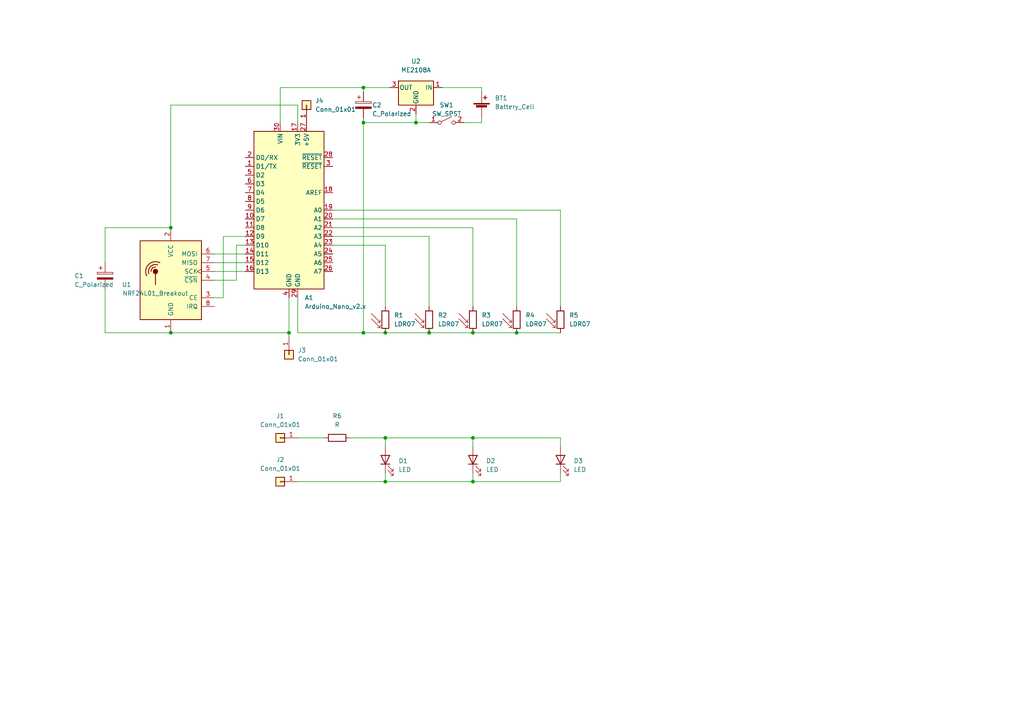
<source format=kicad_sch>
(kicad_sch (version 20211123) (generator eeschema)

  (uuid 9538e4ed-27e6-4c37-b989-9859dc0d49e8)

  (paper "A4")

  (title_block
    (title "hotdog_v0.2")
  )

  (lib_symbols
    (symbol "Connector_Generic:Conn_01x01" (pin_names (offset 1.016) hide) (in_bom yes) (on_board yes)
      (property "Reference" "J" (id 0) (at 0 2.54 0)
        (effects (font (size 1.27 1.27)))
      )
      (property "Value" "Conn_01x01" (id 1) (at 0 -2.54 0)
        (effects (font (size 1.27 1.27)))
      )
      (property "Footprint" "" (id 2) (at 0 0 0)
        (effects (font (size 1.27 1.27)) hide)
      )
      (property "Datasheet" "~" (id 3) (at 0 0 0)
        (effects (font (size 1.27 1.27)) hide)
      )
      (property "ki_keywords" "connector" (id 4) (at 0 0 0)
        (effects (font (size 1.27 1.27)) hide)
      )
      (property "ki_description" "Generic connector, single row, 01x01, script generated (kicad-library-utils/schlib/autogen/connector/)" (id 5) (at 0 0 0)
        (effects (font (size 1.27 1.27)) hide)
      )
      (property "ki_fp_filters" "Connector*:*_1x??_*" (id 6) (at 0 0 0)
        (effects (font (size 1.27 1.27)) hide)
      )
      (symbol "Conn_01x01_1_1"
        (rectangle (start -1.27 0.127) (end 0 -0.127)
          (stroke (width 0.1524) (type default) (color 0 0 0 0))
          (fill (type none))
        )
        (rectangle (start -1.27 1.27) (end 1.27 -1.27)
          (stroke (width 0.254) (type default) (color 0 0 0 0))
          (fill (type background))
        )
        (pin passive line (at -5.08 0 0) (length 3.81)
          (name "Pin_1" (effects (font (size 1.27 1.27))))
          (number "1" (effects (font (size 1.27 1.27))))
        )
      )
    )
    (symbol "Device:Battery_Cell" (pin_numbers hide) (pin_names (offset 0) hide) (in_bom yes) (on_board yes)
      (property "Reference" "BT" (id 0) (at 2.54 2.54 0)
        (effects (font (size 1.27 1.27)) (justify left))
      )
      (property "Value" "Battery_Cell" (id 1) (at 2.54 0 0)
        (effects (font (size 1.27 1.27)) (justify left))
      )
      (property "Footprint" "" (id 2) (at 0 1.524 90)
        (effects (font (size 1.27 1.27)) hide)
      )
      (property "Datasheet" "~" (id 3) (at 0 1.524 90)
        (effects (font (size 1.27 1.27)) hide)
      )
      (property "ki_keywords" "battery cell" (id 4) (at 0 0 0)
        (effects (font (size 1.27 1.27)) hide)
      )
      (property "ki_description" "Single-cell battery" (id 5) (at 0 0 0)
        (effects (font (size 1.27 1.27)) hide)
      )
      (symbol "Battery_Cell_0_1"
        (rectangle (start -2.286 1.778) (end 2.286 1.524)
          (stroke (width 0) (type default) (color 0 0 0 0))
          (fill (type outline))
        )
        (rectangle (start -1.5748 1.1938) (end 1.4732 0.6858)
          (stroke (width 0) (type default) (color 0 0 0 0))
          (fill (type outline))
        )
        (polyline
          (pts
            (xy 0 0.762)
            (xy 0 0)
          )
          (stroke (width 0) (type default) (color 0 0 0 0))
          (fill (type none))
        )
        (polyline
          (pts
            (xy 0 1.778)
            (xy 0 2.54)
          )
          (stroke (width 0) (type default) (color 0 0 0 0))
          (fill (type none))
        )
        (polyline
          (pts
            (xy 0.508 3.429)
            (xy 1.524 3.429)
          )
          (stroke (width 0.254) (type default) (color 0 0 0 0))
          (fill (type none))
        )
        (polyline
          (pts
            (xy 1.016 3.937)
            (xy 1.016 2.921)
          )
          (stroke (width 0.254) (type default) (color 0 0 0 0))
          (fill (type none))
        )
      )
      (symbol "Battery_Cell_1_1"
        (pin passive line (at 0 5.08 270) (length 2.54)
          (name "+" (effects (font (size 1.27 1.27))))
          (number "1" (effects (font (size 1.27 1.27))))
        )
        (pin passive line (at 0 -2.54 90) (length 2.54)
          (name "-" (effects (font (size 1.27 1.27))))
          (number "2" (effects (font (size 1.27 1.27))))
        )
      )
    )
    (symbol "Device:C_Polarized" (pin_numbers hide) (pin_names (offset 0.254)) (in_bom yes) (on_board yes)
      (property "Reference" "C" (id 0) (at 0.635 2.54 0)
        (effects (font (size 1.27 1.27)) (justify left))
      )
      (property "Value" "C_Polarized" (id 1) (at 0.635 -2.54 0)
        (effects (font (size 1.27 1.27)) (justify left))
      )
      (property "Footprint" "" (id 2) (at 0.9652 -3.81 0)
        (effects (font (size 1.27 1.27)) hide)
      )
      (property "Datasheet" "~" (id 3) (at 0 0 0)
        (effects (font (size 1.27 1.27)) hide)
      )
      (property "ki_keywords" "cap capacitor" (id 4) (at 0 0 0)
        (effects (font (size 1.27 1.27)) hide)
      )
      (property "ki_description" "Polarized capacitor" (id 5) (at 0 0 0)
        (effects (font (size 1.27 1.27)) hide)
      )
      (property "ki_fp_filters" "CP_*" (id 6) (at 0 0 0)
        (effects (font (size 1.27 1.27)) hide)
      )
      (symbol "C_Polarized_0_1"
        (rectangle (start -2.286 0.508) (end 2.286 1.016)
          (stroke (width 0) (type default) (color 0 0 0 0))
          (fill (type none))
        )
        (polyline
          (pts
            (xy -1.778 2.286)
            (xy -0.762 2.286)
          )
          (stroke (width 0) (type default) (color 0 0 0 0))
          (fill (type none))
        )
        (polyline
          (pts
            (xy -1.27 2.794)
            (xy -1.27 1.778)
          )
          (stroke (width 0) (type default) (color 0 0 0 0))
          (fill (type none))
        )
        (rectangle (start 2.286 -0.508) (end -2.286 -1.016)
          (stroke (width 0) (type default) (color 0 0 0 0))
          (fill (type outline))
        )
      )
      (symbol "C_Polarized_1_1"
        (pin passive line (at 0 3.81 270) (length 2.794)
          (name "~" (effects (font (size 1.27 1.27))))
          (number "1" (effects (font (size 1.27 1.27))))
        )
        (pin passive line (at 0 -3.81 90) (length 2.794)
          (name "~" (effects (font (size 1.27 1.27))))
          (number "2" (effects (font (size 1.27 1.27))))
        )
      )
    )
    (symbol "Device:LED" (pin_numbers hide) (pin_names (offset 1.016) hide) (in_bom yes) (on_board yes)
      (property "Reference" "D" (id 0) (at 0 2.54 0)
        (effects (font (size 1.27 1.27)))
      )
      (property "Value" "LED" (id 1) (at 0 -2.54 0)
        (effects (font (size 1.27 1.27)))
      )
      (property "Footprint" "" (id 2) (at 0 0 0)
        (effects (font (size 1.27 1.27)) hide)
      )
      (property "Datasheet" "~" (id 3) (at 0 0 0)
        (effects (font (size 1.27 1.27)) hide)
      )
      (property "ki_keywords" "LED diode" (id 4) (at 0 0 0)
        (effects (font (size 1.27 1.27)) hide)
      )
      (property "ki_description" "Light emitting diode" (id 5) (at 0 0 0)
        (effects (font (size 1.27 1.27)) hide)
      )
      (property "ki_fp_filters" "LED* LED_SMD:* LED_THT:*" (id 6) (at 0 0 0)
        (effects (font (size 1.27 1.27)) hide)
      )
      (symbol "LED_0_1"
        (polyline
          (pts
            (xy -1.27 -1.27)
            (xy -1.27 1.27)
          )
          (stroke (width 0.254) (type default) (color 0 0 0 0))
          (fill (type none))
        )
        (polyline
          (pts
            (xy -1.27 0)
            (xy 1.27 0)
          )
          (stroke (width 0) (type default) (color 0 0 0 0))
          (fill (type none))
        )
        (polyline
          (pts
            (xy 1.27 -1.27)
            (xy 1.27 1.27)
            (xy -1.27 0)
            (xy 1.27 -1.27)
          )
          (stroke (width 0.254) (type default) (color 0 0 0 0))
          (fill (type none))
        )
        (polyline
          (pts
            (xy -3.048 -0.762)
            (xy -4.572 -2.286)
            (xy -3.81 -2.286)
            (xy -4.572 -2.286)
            (xy -4.572 -1.524)
          )
          (stroke (width 0) (type default) (color 0 0 0 0))
          (fill (type none))
        )
        (polyline
          (pts
            (xy -1.778 -0.762)
            (xy -3.302 -2.286)
            (xy -2.54 -2.286)
            (xy -3.302 -2.286)
            (xy -3.302 -1.524)
          )
          (stroke (width 0) (type default) (color 0 0 0 0))
          (fill (type none))
        )
      )
      (symbol "LED_1_1"
        (pin passive line (at -3.81 0 0) (length 2.54)
          (name "K" (effects (font (size 1.27 1.27))))
          (number "1" (effects (font (size 1.27 1.27))))
        )
        (pin passive line (at 3.81 0 180) (length 2.54)
          (name "A" (effects (font (size 1.27 1.27))))
          (number "2" (effects (font (size 1.27 1.27))))
        )
      )
    )
    (symbol "Device:R" (pin_numbers hide) (pin_names (offset 0)) (in_bom yes) (on_board yes)
      (property "Reference" "R" (id 0) (at 2.032 0 90)
        (effects (font (size 1.27 1.27)))
      )
      (property "Value" "R" (id 1) (at 0 0 90)
        (effects (font (size 1.27 1.27)))
      )
      (property "Footprint" "" (id 2) (at -1.778 0 90)
        (effects (font (size 1.27 1.27)) hide)
      )
      (property "Datasheet" "~" (id 3) (at 0 0 0)
        (effects (font (size 1.27 1.27)) hide)
      )
      (property "ki_keywords" "R res resistor" (id 4) (at 0 0 0)
        (effects (font (size 1.27 1.27)) hide)
      )
      (property "ki_description" "Resistor" (id 5) (at 0 0 0)
        (effects (font (size 1.27 1.27)) hide)
      )
      (property "ki_fp_filters" "R_*" (id 6) (at 0 0 0)
        (effects (font (size 1.27 1.27)) hide)
      )
      (symbol "R_0_1"
        (rectangle (start -1.016 -2.54) (end 1.016 2.54)
          (stroke (width 0.254) (type default) (color 0 0 0 0))
          (fill (type none))
        )
      )
      (symbol "R_1_1"
        (pin passive line (at 0 3.81 270) (length 1.27)
          (name "~" (effects (font (size 1.27 1.27))))
          (number "1" (effects (font (size 1.27 1.27))))
        )
        (pin passive line (at 0 -3.81 90) (length 1.27)
          (name "~" (effects (font (size 1.27 1.27))))
          (number "2" (effects (font (size 1.27 1.27))))
        )
      )
    )
    (symbol "MCU_Module:Arduino_Nano_v2.x" (in_bom yes) (on_board yes)
      (property "Reference" "A" (id 0) (at -10.16 23.495 0)
        (effects (font (size 1.27 1.27)) (justify left bottom))
      )
      (property "Value" "Arduino_Nano_v2.x" (id 1) (at 5.08 -24.13 0)
        (effects (font (size 1.27 1.27)) (justify left top))
      )
      (property "Footprint" "Module:Arduino_Nano" (id 2) (at 0 0 0)
        (effects (font (size 1.27 1.27) italic) hide)
      )
      (property "Datasheet" "https://www.arduino.cc/en/uploads/Main/ArduinoNanoManual23.pdf" (id 3) (at 0 0 0)
        (effects (font (size 1.27 1.27)) hide)
      )
      (property "ki_keywords" "Arduino nano microcontroller module USB" (id 4) (at 0 0 0)
        (effects (font (size 1.27 1.27)) hide)
      )
      (property "ki_description" "Arduino Nano v2.x" (id 5) (at 0 0 0)
        (effects (font (size 1.27 1.27)) hide)
      )
      (property "ki_fp_filters" "Arduino*Nano*" (id 6) (at 0 0 0)
        (effects (font (size 1.27 1.27)) hide)
      )
      (symbol "Arduino_Nano_v2.x_0_1"
        (rectangle (start -10.16 22.86) (end 10.16 -22.86)
          (stroke (width 0.254) (type default) (color 0 0 0 0))
          (fill (type background))
        )
      )
      (symbol "Arduino_Nano_v2.x_1_1"
        (pin bidirectional line (at -12.7 12.7 0) (length 2.54)
          (name "D1/TX" (effects (font (size 1.27 1.27))))
          (number "1" (effects (font (size 1.27 1.27))))
        )
        (pin bidirectional line (at -12.7 -2.54 0) (length 2.54)
          (name "D7" (effects (font (size 1.27 1.27))))
          (number "10" (effects (font (size 1.27 1.27))))
        )
        (pin bidirectional line (at -12.7 -5.08 0) (length 2.54)
          (name "D8" (effects (font (size 1.27 1.27))))
          (number "11" (effects (font (size 1.27 1.27))))
        )
        (pin bidirectional line (at -12.7 -7.62 0) (length 2.54)
          (name "D9" (effects (font (size 1.27 1.27))))
          (number "12" (effects (font (size 1.27 1.27))))
        )
        (pin bidirectional line (at -12.7 -10.16 0) (length 2.54)
          (name "D10" (effects (font (size 1.27 1.27))))
          (number "13" (effects (font (size 1.27 1.27))))
        )
        (pin bidirectional line (at -12.7 -12.7 0) (length 2.54)
          (name "D11" (effects (font (size 1.27 1.27))))
          (number "14" (effects (font (size 1.27 1.27))))
        )
        (pin bidirectional line (at -12.7 -15.24 0) (length 2.54)
          (name "D12" (effects (font (size 1.27 1.27))))
          (number "15" (effects (font (size 1.27 1.27))))
        )
        (pin bidirectional line (at -12.7 -17.78 0) (length 2.54)
          (name "D13" (effects (font (size 1.27 1.27))))
          (number "16" (effects (font (size 1.27 1.27))))
        )
        (pin power_out line (at 2.54 25.4 270) (length 2.54)
          (name "3V3" (effects (font (size 1.27 1.27))))
          (number "17" (effects (font (size 1.27 1.27))))
        )
        (pin input line (at 12.7 5.08 180) (length 2.54)
          (name "AREF" (effects (font (size 1.27 1.27))))
          (number "18" (effects (font (size 1.27 1.27))))
        )
        (pin bidirectional line (at 12.7 0 180) (length 2.54)
          (name "A0" (effects (font (size 1.27 1.27))))
          (number "19" (effects (font (size 1.27 1.27))))
        )
        (pin bidirectional line (at -12.7 15.24 0) (length 2.54)
          (name "D0/RX" (effects (font (size 1.27 1.27))))
          (number "2" (effects (font (size 1.27 1.27))))
        )
        (pin bidirectional line (at 12.7 -2.54 180) (length 2.54)
          (name "A1" (effects (font (size 1.27 1.27))))
          (number "20" (effects (font (size 1.27 1.27))))
        )
        (pin bidirectional line (at 12.7 -5.08 180) (length 2.54)
          (name "A2" (effects (font (size 1.27 1.27))))
          (number "21" (effects (font (size 1.27 1.27))))
        )
        (pin bidirectional line (at 12.7 -7.62 180) (length 2.54)
          (name "A3" (effects (font (size 1.27 1.27))))
          (number "22" (effects (font (size 1.27 1.27))))
        )
        (pin bidirectional line (at 12.7 -10.16 180) (length 2.54)
          (name "A4" (effects (font (size 1.27 1.27))))
          (number "23" (effects (font (size 1.27 1.27))))
        )
        (pin bidirectional line (at 12.7 -12.7 180) (length 2.54)
          (name "A5" (effects (font (size 1.27 1.27))))
          (number "24" (effects (font (size 1.27 1.27))))
        )
        (pin bidirectional line (at 12.7 -15.24 180) (length 2.54)
          (name "A6" (effects (font (size 1.27 1.27))))
          (number "25" (effects (font (size 1.27 1.27))))
        )
        (pin bidirectional line (at 12.7 -17.78 180) (length 2.54)
          (name "A7" (effects (font (size 1.27 1.27))))
          (number "26" (effects (font (size 1.27 1.27))))
        )
        (pin power_out line (at 5.08 25.4 270) (length 2.54)
          (name "+5V" (effects (font (size 1.27 1.27))))
          (number "27" (effects (font (size 1.27 1.27))))
        )
        (pin input line (at 12.7 15.24 180) (length 2.54)
          (name "~{RESET}" (effects (font (size 1.27 1.27))))
          (number "28" (effects (font (size 1.27 1.27))))
        )
        (pin power_in line (at 2.54 -25.4 90) (length 2.54)
          (name "GND" (effects (font (size 1.27 1.27))))
          (number "29" (effects (font (size 1.27 1.27))))
        )
        (pin input line (at 12.7 12.7 180) (length 2.54)
          (name "~{RESET}" (effects (font (size 1.27 1.27))))
          (number "3" (effects (font (size 1.27 1.27))))
        )
        (pin power_in line (at -2.54 25.4 270) (length 2.54)
          (name "VIN" (effects (font (size 1.27 1.27))))
          (number "30" (effects (font (size 1.27 1.27))))
        )
        (pin power_in line (at 0 -25.4 90) (length 2.54)
          (name "GND" (effects (font (size 1.27 1.27))))
          (number "4" (effects (font (size 1.27 1.27))))
        )
        (pin bidirectional line (at -12.7 10.16 0) (length 2.54)
          (name "D2" (effects (font (size 1.27 1.27))))
          (number "5" (effects (font (size 1.27 1.27))))
        )
        (pin bidirectional line (at -12.7 7.62 0) (length 2.54)
          (name "D3" (effects (font (size 1.27 1.27))))
          (number "6" (effects (font (size 1.27 1.27))))
        )
        (pin bidirectional line (at -12.7 5.08 0) (length 2.54)
          (name "D4" (effects (font (size 1.27 1.27))))
          (number "7" (effects (font (size 1.27 1.27))))
        )
        (pin bidirectional line (at -12.7 2.54 0) (length 2.54)
          (name "D5" (effects (font (size 1.27 1.27))))
          (number "8" (effects (font (size 1.27 1.27))))
        )
        (pin bidirectional line (at -12.7 0 0) (length 2.54)
          (name "D6" (effects (font (size 1.27 1.27))))
          (number "9" (effects (font (size 1.27 1.27))))
        )
      )
    )
    (symbol "RF:NRF24L01_Breakout" (pin_names (offset 1.016)) (in_bom yes) (on_board yes)
      (property "Reference" "U" (id 0) (at -8.89 12.7 0)
        (effects (font (size 1.27 1.27)) (justify left))
      )
      (property "Value" "NRF24L01_Breakout" (id 1) (at 3.81 12.7 0)
        (effects (font (size 1.27 1.27)) (justify left))
      )
      (property "Footprint" "RF_Module:nRF24L01_Breakout" (id 2) (at 3.81 15.24 0)
        (effects (font (size 1.27 1.27) italic) (justify left) hide)
      )
      (property "Datasheet" "http://www.nordicsemi.com/eng/content/download/2730/34105/file/nRF24L01_Product_Specification_v2_0.pdf" (id 3) (at 0 -2.54 0)
        (effects (font (size 1.27 1.27)) hide)
      )
      (property "ki_keywords" "Low Power RF Transciever breakout carrier" (id 4) (at 0 0 0)
        (effects (font (size 1.27 1.27)) hide)
      )
      (property "ki_description" "Ultra low power 2.4GHz RF Transceiver, Carrier PCB" (id 5) (at 0 0 0)
        (effects (font (size 1.27 1.27)) hide)
      )
      (property "ki_fp_filters" "nRF24L01*Breakout*" (id 6) (at 0 0 0)
        (effects (font (size 1.27 1.27)) hide)
      )
      (symbol "NRF24L01_Breakout_0_1"
        (rectangle (start -8.89 11.43) (end 8.89 -11.43)
          (stroke (width 0.254) (type default) (color 0 0 0 0))
          (fill (type background))
        )
        (polyline
          (pts
            (xy 4.445 1.905)
            (xy 4.445 -1.27)
          )
          (stroke (width 0.254) (type default) (color 0 0 0 0))
          (fill (type none))
        )
        (circle (center 4.445 2.54) (radius 0.635)
          (stroke (width 0.254) (type default) (color 0 0 0 0))
          (fill (type outline))
        )
        (arc (start 5.715 2.54) (mid 5.3521 3.4546) (end 4.445 3.81)
          (stroke (width 0.254) (type default) (color 0 0 0 0))
          (fill (type none))
        )
        (arc (start 6.35 1.905) (mid 5.8763 3.9854) (end 3.81 4.445)
          (stroke (width 0.254) (type default) (color 0 0 0 0))
          (fill (type none))
        )
        (arc (start 6.985 1.27) (mid 6.453 4.548) (end 3.175 5.08)
          (stroke (width 0.254) (type default) (color 0 0 0 0))
          (fill (type none))
        )
      )
      (symbol "NRF24L01_Breakout_1_1"
        (pin power_in line (at 0 -15.24 90) (length 3.81)
          (name "GND" (effects (font (size 1.27 1.27))))
          (number "1" (effects (font (size 1.27 1.27))))
        )
        (pin power_in line (at 0 15.24 270) (length 3.81)
          (name "VCC" (effects (font (size 1.27 1.27))))
          (number "2" (effects (font (size 1.27 1.27))))
        )
        (pin input line (at -12.7 -5.08 0) (length 3.81)
          (name "CE" (effects (font (size 1.27 1.27))))
          (number "3" (effects (font (size 1.27 1.27))))
        )
        (pin input line (at -12.7 0 0) (length 3.81)
          (name "~{CSN}" (effects (font (size 1.27 1.27))))
          (number "4" (effects (font (size 1.27 1.27))))
        )
        (pin input clock (at -12.7 2.54 0) (length 3.81)
          (name "SCK" (effects (font (size 1.27 1.27))))
          (number "5" (effects (font (size 1.27 1.27))))
        )
        (pin input line (at -12.7 7.62 0) (length 3.81)
          (name "MOSI" (effects (font (size 1.27 1.27))))
          (number "6" (effects (font (size 1.27 1.27))))
        )
        (pin output line (at -12.7 5.08 0) (length 3.81)
          (name "MISO" (effects (font (size 1.27 1.27))))
          (number "7" (effects (font (size 1.27 1.27))))
        )
        (pin output line (at -12.7 -7.62 0) (length 3.81)
          (name "IRQ" (effects (font (size 1.27 1.27))))
          (number "8" (effects (font (size 1.27 1.27))))
        )
      )
    )
    (symbol "Regulator_Switching:R-78C5.0-1.0" (pin_names (offset 0.254)) (in_bom yes) (on_board yes)
      (property "Reference" "U" (id 0) (at -3.81 3.175 0)
        (effects (font (size 1.27 1.27)))
      )
      (property "Value" "R-78C5.0-1.0" (id 1) (at 0 3.175 0)
        (effects (font (size 1.27 1.27)) (justify left))
      )
      (property "Footprint" "Converter_DCDC:Converter_DCDC_RECOM_R-78E-0.5_THT" (id 2) (at 1.27 -6.35 0)
        (effects (font (size 1.27 1.27) italic) (justify left) hide)
      )
      (property "Datasheet" "https://www.recom-power.com/pdf/Innoline/R-78Cxx-1.0.pdf" (id 3) (at 0 0 0)
        (effects (font (size 1.27 1.27)) hide)
      )
      (property "ki_keywords" "dc-dc recom Step-Down DC/DC-Regulator" (id 4) (at 0 0 0)
        (effects (font (size 1.27 1.27)) hide)
      )
      (property "ki_description" "1A Step-Down DC/DC-Regulator, 7-42V input, 5V fixed Output Voltage, LM78xx replacement, -40°C to +85°C, SIP3" (id 5) (at 0 0 0)
        (effects (font (size 1.27 1.27)) hide)
      )
      (property "ki_fp_filters" "Converter*DCDC*RECOM*R*78E*0.5*" (id 6) (at 0 0 0)
        (effects (font (size 1.27 1.27)) hide)
      )
      (symbol "R-78C5.0-1.0_0_1"
        (rectangle (start -5.08 1.905) (end 5.08 -5.08)
          (stroke (width 0.254) (type default) (color 0 0 0 0))
          (fill (type background))
        )
      )
      (symbol "R-78C5.0-1.0_1_1"
        (pin power_in line (at -7.62 0 0) (length 2.54)
          (name "IN" (effects (font (size 1.27 1.27))))
          (number "1" (effects (font (size 1.27 1.27))))
        )
        (pin power_in line (at 0 -7.62 90) (length 2.54)
          (name "GND" (effects (font (size 1.27 1.27))))
          (number "2" (effects (font (size 1.27 1.27))))
        )
        (pin power_out line (at 7.62 0 180) (length 2.54)
          (name "OUT" (effects (font (size 1.27 1.27))))
          (number "3" (effects (font (size 1.27 1.27))))
        )
      )
    )
    (symbol "Sensor_Optical:LDR07" (pin_numbers hide) (pin_names (offset 0)) (in_bom yes) (on_board yes)
      (property "Reference" "R" (id 0) (at -5.08 0 90)
        (effects (font (size 1.27 1.27)))
      )
      (property "Value" "LDR07" (id 1) (at 1.905 0 90)
        (effects (font (size 1.27 1.27)) (justify top))
      )
      (property "Footprint" "OptoDevice:R_LDR_5.1x4.3mm_P3.4mm_Vertical" (id 2) (at 4.445 0 90)
        (effects (font (size 1.27 1.27)) hide)
      )
      (property "Datasheet" "http://www.tme.eu/de/Document/f2e3ad76a925811312d226c31da4cd7e/LDR07.pdf" (id 3) (at 0 -1.27 0)
        (effects (font (size 1.27 1.27)) hide)
      )
      (property "ki_keywords" "light dependent photo resistor LDR" (id 4) (at 0 0 0)
        (effects (font (size 1.27 1.27)) hide)
      )
      (property "ki_description" "light dependent resistor" (id 5) (at 0 0 0)
        (effects (font (size 1.27 1.27)) hide)
      )
      (property "ki_fp_filters" "R*LDR*5.1x4.3mm*P3.4mm*" (id 6) (at 0 0 0)
        (effects (font (size 1.27 1.27)) hide)
      )
      (symbol "LDR07_0_1"
        (rectangle (start -1.016 2.54) (end 1.016 -2.54)
          (stroke (width 0.254) (type default) (color 0 0 0 0))
          (fill (type none))
        )
        (polyline
          (pts
            (xy -1.524 -2.286)
            (xy -4.064 0.254)
          )
          (stroke (width 0) (type default) (color 0 0 0 0))
          (fill (type none))
        )
        (polyline
          (pts
            (xy -1.524 -2.286)
            (xy -2.286 -2.286)
          )
          (stroke (width 0) (type default) (color 0 0 0 0))
          (fill (type none))
        )
        (polyline
          (pts
            (xy -1.524 -2.286)
            (xy -1.524 -1.524)
          )
          (stroke (width 0) (type default) (color 0 0 0 0))
          (fill (type none))
        )
        (polyline
          (pts
            (xy -1.524 -0.762)
            (xy -4.064 1.778)
          )
          (stroke (width 0) (type default) (color 0 0 0 0))
          (fill (type none))
        )
        (polyline
          (pts
            (xy -1.524 -0.762)
            (xy -2.286 -0.762)
          )
          (stroke (width 0) (type default) (color 0 0 0 0))
          (fill (type none))
        )
        (polyline
          (pts
            (xy -1.524 -0.762)
            (xy -1.524 0)
          )
          (stroke (width 0) (type default) (color 0 0 0 0))
          (fill (type none))
        )
      )
      (symbol "LDR07_1_1"
        (pin passive line (at 0 3.81 270) (length 1.27)
          (name "~" (effects (font (size 1.27 1.27))))
          (number "1" (effects (font (size 1.27 1.27))))
        )
        (pin passive line (at 0 -3.81 90) (length 1.27)
          (name "~" (effects (font (size 1.27 1.27))))
          (number "2" (effects (font (size 1.27 1.27))))
        )
      )
    )
    (symbol "Switch:SW_SPST" (pin_names (offset 0) hide) (in_bom yes) (on_board yes)
      (property "Reference" "SW" (id 0) (at 0 3.175 0)
        (effects (font (size 1.27 1.27)))
      )
      (property "Value" "SW_SPST" (id 1) (at 0 -2.54 0)
        (effects (font (size 1.27 1.27)))
      )
      (property "Footprint" "" (id 2) (at 0 0 0)
        (effects (font (size 1.27 1.27)) hide)
      )
      (property "Datasheet" "~" (id 3) (at 0 0 0)
        (effects (font (size 1.27 1.27)) hide)
      )
      (property "ki_keywords" "switch lever" (id 4) (at 0 0 0)
        (effects (font (size 1.27 1.27)) hide)
      )
      (property "ki_description" "Single Pole Single Throw (SPST) switch" (id 5) (at 0 0 0)
        (effects (font (size 1.27 1.27)) hide)
      )
      (symbol "SW_SPST_0_0"
        (circle (center -2.032 0) (radius 0.508)
          (stroke (width 0) (type default) (color 0 0 0 0))
          (fill (type none))
        )
        (polyline
          (pts
            (xy -1.524 0.254)
            (xy 1.524 1.778)
          )
          (stroke (width 0) (type default) (color 0 0 0 0))
          (fill (type none))
        )
        (circle (center 2.032 0) (radius 0.508)
          (stroke (width 0) (type default) (color 0 0 0 0))
          (fill (type none))
        )
      )
      (symbol "SW_SPST_1_1"
        (pin passive line (at -5.08 0 0) (length 2.54)
          (name "A" (effects (font (size 1.27 1.27))))
          (number "1" (effects (font (size 1.27 1.27))))
        )
        (pin passive line (at 5.08 0 180) (length 2.54)
          (name "B" (effects (font (size 1.27 1.27))))
          (number "2" (effects (font (size 1.27 1.27))))
        )
      )
    )
  )

  (junction (at 105.41 96.52) (diameter 0) (color 0 0 0 0)
    (uuid 02dc62aa-92ca-4e1b-9754-b2dd48496858)
  )
  (junction (at 120.65 35.56) (diameter 0) (color 0 0 0 0)
    (uuid 22c5d8ee-a585-4b71-9159-0c81d2a685bb)
  )
  (junction (at 137.16 139.7) (diameter 0) (color 0 0 0 0)
    (uuid 242d8477-cec6-4b57-aebe-17048c9c978e)
  )
  (junction (at 49.53 66.04) (diameter 0) (color 0 0 0 0)
    (uuid 321f79a6-df98-492d-af9a-49e6c8e1607d)
  )
  (junction (at 111.76 127) (diameter 0) (color 0 0 0 0)
    (uuid 32bfc1c9-7d59-4759-858a-ca2c7fac5aaa)
  )
  (junction (at 137.16 127) (diameter 0) (color 0 0 0 0)
    (uuid 445666b6-f621-40f7-8cdd-b0f642754117)
  )
  (junction (at 105.41 25.4) (diameter 0) (color 0 0 0 0)
    (uuid 4e46d724-fd19-4df7-8b3f-3f13ab93858a)
  )
  (junction (at 49.53 96.52) (diameter 0) (color 0 0 0 0)
    (uuid 52abca93-1641-45f4-9153-bb415ac73281)
  )
  (junction (at 149.86 96.52) (diameter 0) (color 0 0 0 0)
    (uuid 6d65a5f3-46f9-4dbb-af52-fd11f4acf552)
  )
  (junction (at 124.46 96.52) (diameter 0) (color 0 0 0 0)
    (uuid 80d8c53e-2234-4c37-9d56-a44c4044f9a9)
  )
  (junction (at 111.76 96.52) (diameter 0) (color 0 0 0 0)
    (uuid 9673d7cf-4c53-46b5-9a7b-213713204f75)
  )
  (junction (at 111.76 139.7) (diameter 0) (color 0 0 0 0)
    (uuid c0c1d321-59fb-4e73-a82d-6bc5798c0d11)
  )
  (junction (at 105.41 35.56) (diameter 0) (color 0 0 0 0)
    (uuid c341efa7-6149-4724-bb24-38447df8647c)
  )
  (junction (at 137.16 96.52) (diameter 0) (color 0 0 0 0)
    (uuid cd4f1c95-2c8d-4d70-817e-d11ae9648ea5)
  )
  (junction (at 83.82 96.52) (diameter 0) (color 0 0 0 0)
    (uuid d11921b4-cd8b-48b7-8dbc-374fded2b305)
  )

  (wire (pts (xy 149.86 96.52) (xy 162.56 96.52))
    (stroke (width 0) (type default) (color 0 0 0 0))
    (uuid 01508e13-e858-4058-97a3-64310f3d2349)
  )
  (wire (pts (xy 111.76 127) (xy 111.76 129.54))
    (stroke (width 0) (type default) (color 0 0 0 0))
    (uuid 023e0575-464f-47dc-9896-dd84214251d3)
  )
  (wire (pts (xy 149.86 63.5) (xy 96.52 63.5))
    (stroke (width 0) (type default) (color 0 0 0 0))
    (uuid 04f1eded-213d-4c72-8541-83a884a1db80)
  )
  (wire (pts (xy 149.86 88.9) (xy 149.86 63.5))
    (stroke (width 0) (type default) (color 0 0 0 0))
    (uuid 08cb981f-f618-4e68-b549-45fb2901d8ee)
  )
  (wire (pts (xy 137.16 139.7) (xy 162.56 139.7))
    (stroke (width 0) (type default) (color 0 0 0 0))
    (uuid 0bbcba93-7948-4aa0-ada6-2d294a74b55d)
  )
  (wire (pts (xy 86.36 30.48) (xy 49.53 30.48))
    (stroke (width 0) (type default) (color 0 0 0 0))
    (uuid 1254e6b1-b3d8-4078-82aa-bc62c7325b5d)
  )
  (wire (pts (xy 86.36 96.52) (xy 105.41 96.52))
    (stroke (width 0) (type default) (color 0 0 0 0))
    (uuid 13fc1077-928b-4dcc-a65d-48e58793f502)
  )
  (wire (pts (xy 105.41 25.4) (xy 81.28 25.4))
    (stroke (width 0) (type default) (color 0 0 0 0))
    (uuid 169ffa1f-9bcc-4967-aa16-92676eb06a2a)
  )
  (wire (pts (xy 111.76 137.16) (xy 111.76 139.7))
    (stroke (width 0) (type default) (color 0 0 0 0))
    (uuid 1b6765f6-dc4c-425b-96bd-0254f5a5fee6)
  )
  (wire (pts (xy 62.23 78.74) (xy 71.12 78.74))
    (stroke (width 0) (type default) (color 0 0 0 0))
    (uuid 1c204476-44d9-4758-b48d-c5c6b201ee11)
  )
  (wire (pts (xy 105.41 35.56) (xy 120.65 35.56))
    (stroke (width 0) (type default) (color 0 0 0 0))
    (uuid 2087a69f-498a-4173-8e29-a1a56dd4761d)
  )
  (wire (pts (xy 105.41 34.29) (xy 105.41 35.56))
    (stroke (width 0) (type default) (color 0 0 0 0))
    (uuid 28cc0e0f-a4c6-47fb-aef4-8ca02c871ce2)
  )
  (wire (pts (xy 124.46 96.52) (xy 137.16 96.52))
    (stroke (width 0) (type default) (color 0 0 0 0))
    (uuid 2946b095-11f4-4da1-a769-b25141451fa1)
  )
  (wire (pts (xy 30.48 76.2) (xy 30.48 66.04))
    (stroke (width 0) (type default) (color 0 0 0 0))
    (uuid 2ac72c56-d273-490c-a679-95d110389a4b)
  )
  (wire (pts (xy 137.16 127) (xy 162.56 127))
    (stroke (width 0) (type default) (color 0 0 0 0))
    (uuid 365359e3-8809-4f5e-a9c5-d0f823bb79d8)
  )
  (wire (pts (xy 83.82 86.36) (xy 83.82 96.52))
    (stroke (width 0) (type default) (color 0 0 0 0))
    (uuid 381b2fb7-92fb-48b9-80ca-576031615539)
  )
  (wire (pts (xy 83.82 96.52) (xy 49.53 96.52))
    (stroke (width 0) (type default) (color 0 0 0 0))
    (uuid 39db9ffb-6867-4412-a70e-f8853152ffe6)
  )
  (wire (pts (xy 139.7 35.56) (xy 139.7 34.29))
    (stroke (width 0) (type default) (color 0 0 0 0))
    (uuid 3ab0d1de-bcf9-4f7f-bdbb-1c7ee811d673)
  )
  (wire (pts (xy 62.23 76.2) (xy 71.12 76.2))
    (stroke (width 0) (type default) (color 0 0 0 0))
    (uuid 3b3c64dc-53b8-4838-93ca-7a723e361380)
  )
  (wire (pts (xy 30.48 96.52) (xy 49.53 96.52))
    (stroke (width 0) (type default) (color 0 0 0 0))
    (uuid 3c1cf9fa-180e-4bb7-b189-a27119f530a4)
  )
  (wire (pts (xy 105.41 25.4) (xy 105.41 26.67))
    (stroke (width 0) (type default) (color 0 0 0 0))
    (uuid 43dc6b13-fe6f-4d7f-8325-336d262416aa)
  )
  (wire (pts (xy 64.77 86.36) (xy 64.77 68.58))
    (stroke (width 0) (type default) (color 0 0 0 0))
    (uuid 4632273d-adbd-4fba-8873-f29b5bc7c3ce)
  )
  (wire (pts (xy 49.53 30.48) (xy 49.53 66.04))
    (stroke (width 0) (type default) (color 0 0 0 0))
    (uuid 4c8dad4a-392b-4d4d-bcaf-c3d035a31bd0)
  )
  (wire (pts (xy 124.46 68.58) (xy 96.52 68.58))
    (stroke (width 0) (type default) (color 0 0 0 0))
    (uuid 526732df-46f8-40e0-ad38-e75f3f5c0ae1)
  )
  (wire (pts (xy 137.16 127) (xy 137.16 129.54))
    (stroke (width 0) (type default) (color 0 0 0 0))
    (uuid 5488bd48-47e7-44e2-a6ec-7d2585953829)
  )
  (wire (pts (xy 128.27 25.4) (xy 139.7 25.4))
    (stroke (width 0) (type default) (color 0 0 0 0))
    (uuid 54bcd1a5-37ec-48f5-9db2-3c47ad06903a)
  )
  (wire (pts (xy 111.76 88.9) (xy 111.76 71.12))
    (stroke (width 0) (type default) (color 0 0 0 0))
    (uuid 59b1b8de-4631-449c-af93-142c69ee3725)
  )
  (wire (pts (xy 105.41 96.52) (xy 111.76 96.52))
    (stroke (width 0) (type default) (color 0 0 0 0))
    (uuid 5bc362aa-ebdb-48cc-8b49-b026d085215b)
  )
  (wire (pts (xy 113.03 25.4) (xy 105.41 25.4))
    (stroke (width 0) (type default) (color 0 0 0 0))
    (uuid 6017d39f-58bc-4d78-b902-5c1d21d80f81)
  )
  (wire (pts (xy 101.6 127) (xy 111.76 127))
    (stroke (width 0) (type default) (color 0 0 0 0))
    (uuid 61285af7-e844-42d1-b477-e4fa354c79e5)
  )
  (wire (pts (xy 68.58 71.12) (xy 71.12 71.12))
    (stroke (width 0) (type default) (color 0 0 0 0))
    (uuid 6600f3c3-97be-45b7-8215-b5b1005457ac)
  )
  (wire (pts (xy 162.56 139.7) (xy 162.56 137.16))
    (stroke (width 0) (type default) (color 0 0 0 0))
    (uuid 6bc84436-83da-4d15-8ad6-808659bf03bd)
  )
  (wire (pts (xy 124.46 88.9) (xy 124.46 68.58))
    (stroke (width 0) (type default) (color 0 0 0 0))
    (uuid 7bb5a41c-3476-4099-8bb9-c253fa610e3e)
  )
  (wire (pts (xy 139.7 25.4) (xy 139.7 26.67))
    (stroke (width 0) (type default) (color 0 0 0 0))
    (uuid 7e68e245-881a-4314-bd8a-a1364c9ba537)
  )
  (wire (pts (xy 68.58 81.28) (xy 68.58 71.12))
    (stroke (width 0) (type default) (color 0 0 0 0))
    (uuid 8e108e53-0f5f-49cb-8aea-4cfc8f880a35)
  )
  (wire (pts (xy 83.82 97.79) (xy 83.82 96.52))
    (stroke (width 0) (type default) (color 0 0 0 0))
    (uuid 904304b2-3ffb-4870-b3fd-8c1b59cdab72)
  )
  (wire (pts (xy 86.36 139.7) (xy 111.76 139.7))
    (stroke (width 0) (type default) (color 0 0 0 0))
    (uuid 9a85de69-75bc-4f45-921f-1785aa22a39e)
  )
  (wire (pts (xy 111.76 139.7) (xy 137.16 139.7))
    (stroke (width 0) (type default) (color 0 0 0 0))
    (uuid 9d7babf8-17ba-4512-9ec4-bb2b5c53a9f0)
  )
  (wire (pts (xy 111.76 127) (xy 137.16 127))
    (stroke (width 0) (type default) (color 0 0 0 0))
    (uuid 9eeee165-547a-475a-9ea8-c5fb983f6ca8)
  )
  (wire (pts (xy 30.48 66.04) (xy 49.53 66.04))
    (stroke (width 0) (type default) (color 0 0 0 0))
    (uuid 9f1e603b-261c-4854-8d7e-3e2a53518417)
  )
  (wire (pts (xy 137.16 137.16) (xy 137.16 139.7))
    (stroke (width 0) (type default) (color 0 0 0 0))
    (uuid aeb2b3b8-670e-4ca8-af9c-db957bfb1be5)
  )
  (wire (pts (xy 137.16 66.04) (xy 96.52 66.04))
    (stroke (width 0) (type default) (color 0 0 0 0))
    (uuid b6ef2abc-01b2-4292-9060-7098da6770c3)
  )
  (wire (pts (xy 105.41 35.56) (xy 105.41 96.52))
    (stroke (width 0) (type default) (color 0 0 0 0))
    (uuid c347eca3-20e6-4cb9-bf77-f61fa17cd48b)
  )
  (wire (pts (xy 111.76 71.12) (xy 96.52 71.12))
    (stroke (width 0) (type default) (color 0 0 0 0))
    (uuid c4ef53c2-197e-4470-9148-51d9a42735a0)
  )
  (wire (pts (xy 86.36 86.36) (xy 86.36 96.52))
    (stroke (width 0) (type default) (color 0 0 0 0))
    (uuid cfec40bf-d17f-49c0-8388-4f378b554364)
  )
  (wire (pts (xy 81.28 25.4) (xy 81.28 35.56))
    (stroke (width 0) (type default) (color 0 0 0 0))
    (uuid d4398b78-2949-4747-bad5-116902f2c42b)
  )
  (wire (pts (xy 120.65 33.02) (xy 120.65 35.56))
    (stroke (width 0) (type default) (color 0 0 0 0))
    (uuid dd178ce6-cd34-4f96-8cb4-912248041f78)
  )
  (wire (pts (xy 162.56 127) (xy 162.56 129.54))
    (stroke (width 0) (type default) (color 0 0 0 0))
    (uuid df5cf516-5fc5-4457-834e-3e03494dabdd)
  )
  (wire (pts (xy 62.23 73.66) (xy 71.12 73.66))
    (stroke (width 0) (type default) (color 0 0 0 0))
    (uuid e076d21d-ef49-470c-8b00-c8bbf7e83a74)
  )
  (wire (pts (xy 86.36 127) (xy 93.98 127))
    (stroke (width 0) (type default) (color 0 0 0 0))
    (uuid e08e841e-a0a6-49a0-9306-a345ae6d58a4)
  )
  (wire (pts (xy 111.76 96.52) (xy 124.46 96.52))
    (stroke (width 0) (type default) (color 0 0 0 0))
    (uuid e1df1b23-88d7-4f15-95d5-2f902bad1a9e)
  )
  (wire (pts (xy 30.48 83.82) (xy 30.48 96.52))
    (stroke (width 0) (type default) (color 0 0 0 0))
    (uuid e3a701af-97f2-4241-a0ee-7c9a7f0a8c09)
  )
  (wire (pts (xy 86.36 35.56) (xy 86.36 30.48))
    (stroke (width 0) (type default) (color 0 0 0 0))
    (uuid e73019f4-013d-46d6-b03e-f5996a46ff27)
  )
  (wire (pts (xy 162.56 60.96) (xy 96.52 60.96))
    (stroke (width 0) (type default) (color 0 0 0 0))
    (uuid e8d8f9b1-b802-4336-941f-2fdb8e0c3c7a)
  )
  (wire (pts (xy 120.65 35.56) (xy 124.46 35.56))
    (stroke (width 0) (type default) (color 0 0 0 0))
    (uuid eb2bb1c7-635e-4d51-870e-4d7293fa4872)
  )
  (wire (pts (xy 137.16 88.9) (xy 137.16 66.04))
    (stroke (width 0) (type default) (color 0 0 0 0))
    (uuid eb9dd082-2fa3-4f8e-80d3-dff98d574e25)
  )
  (wire (pts (xy 64.77 68.58) (xy 71.12 68.58))
    (stroke (width 0) (type default) (color 0 0 0 0))
    (uuid ec9ba13b-a617-4f93-bcb7-ed9d4f4c95d0)
  )
  (wire (pts (xy 62.23 81.28) (xy 68.58 81.28))
    (stroke (width 0) (type default) (color 0 0 0 0))
    (uuid f6cef4b0-ac4f-4749-8391-ccf4da79d0d5)
  )
  (wire (pts (xy 162.56 88.9) (xy 162.56 60.96))
    (stroke (width 0) (type default) (color 0 0 0 0))
    (uuid f703e223-1339-4eda-a2c0-aaefeafc6789)
  )
  (wire (pts (xy 134.62 35.56) (xy 139.7 35.56))
    (stroke (width 0) (type default) (color 0 0 0 0))
    (uuid f9839dd9-83eb-4529-9cf3-385fbf473c58)
  )
  (wire (pts (xy 62.23 86.36) (xy 64.77 86.36))
    (stroke (width 0) (type default) (color 0 0 0 0))
    (uuid fde6a8a5-8d92-4f00-86f8-a3fcf225cc6b)
  )
  (wire (pts (xy 137.16 96.52) (xy 149.86 96.52))
    (stroke (width 0) (type default) (color 0 0 0 0))
    (uuid ff7b3487-79ce-4f40-b562-68fe5419cf62)
  )

  (symbol (lib_id "Device:Battery_Cell") (at 139.7 31.75 0) (unit 1)
    (in_bom yes) (on_board yes) (fields_autoplaced)
    (uuid 0033cfa2-0b18-430f-8696-0048d6b0c355)
    (property "Reference" "BT1" (id 0) (at 143.51 28.4479 0)
      (effects (font (size 1.27 1.27)) (justify left))
    )
    (property "Value" "Battery_Cell" (id 1) (at 143.51 30.9879 0)
      (effects (font (size 1.27 1.27)) (justify left))
    )
    (property "Footprint" "Battery:BatteryHolder_Keystone_2466_1xAAA" (id 2) (at 139.7 30.226 90)
      (effects (font (size 1.27 1.27)) hide)
    )
    (property "Datasheet" "~" (id 3) (at 139.7 30.226 90)
      (effects (font (size 1.27 1.27)) hide)
    )
    (pin "1" (uuid 836f4a58-4d5e-4513-aa92-f27778b7ebc5))
    (pin "2" (uuid b7060af7-3f0a-49ed-88c7-00535312ae33))
  )

  (symbol (lib_id "Switch:SW_SPST") (at 129.54 35.56 0) (unit 1)
    (in_bom yes) (on_board yes)
    (uuid 2d56065f-684a-4165-b0e1-ca322bbb3f18)
    (property "Reference" "SW1" (id 0) (at 129.54 30.48 0))
    (property "Value" "SW_SPST" (id 1) (at 129.54 33.02 0))
    (property "Footprint" "Button_Switch_THT:SW_Tactile_SPST_Angled_PTS645Vx58-2LFS" (id 2) (at 129.54 35.56 0)
      (effects (font (size 1.27 1.27)) hide)
    )
    (property "Datasheet" "~" (id 3) (at 129.54 35.56 0)
      (effects (font (size 1.27 1.27)) hide)
    )
    (pin "1" (uuid f193beb1-403e-4359-9334-2dcf85b684b1))
    (pin "2" (uuid 818a6fc1-6b2d-469b-8884-21661297718e))
  )

  (symbol (lib_id "Device:LED") (at 111.76 133.35 90) (unit 1)
    (in_bom yes) (on_board yes) (fields_autoplaced)
    (uuid 2eabb083-b6e2-4c2c-a042-fcc3e5220a95)
    (property "Reference" "D1" (id 0) (at 115.57 133.6674 90)
      (effects (font (size 1.27 1.27)) (justify right))
    )
    (property "Value" "LED" (id 1) (at 115.57 136.2074 90)
      (effects (font (size 1.27 1.27)) (justify right))
    )
    (property "Footprint" "LED_THT:LED_D5.0mm" (id 2) (at 111.76 133.35 0)
      (effects (font (size 1.27 1.27)) hide)
    )
    (property "Datasheet" "~" (id 3) (at 111.76 133.35 0)
      (effects (font (size 1.27 1.27)) hide)
    )
    (pin "1" (uuid 84aa8634-ff18-4d9b-8aa7-f08caf5ecbe8))
    (pin "2" (uuid a22164d4-5144-4874-96a2-c5c39242040f))
  )

  (symbol (lib_id "Device:LED") (at 137.16 133.35 90) (unit 1)
    (in_bom yes) (on_board yes) (fields_autoplaced)
    (uuid 3c9cbf0a-9c83-436d-b6b9-ecf8d3017cbe)
    (property "Reference" "D2" (id 0) (at 140.97 133.6674 90)
      (effects (font (size 1.27 1.27)) (justify right))
    )
    (property "Value" "LED" (id 1) (at 140.97 136.2074 90)
      (effects (font (size 1.27 1.27)) (justify right))
    )
    (property "Footprint" "LED_THT:LED_D5.0mm" (id 2) (at 137.16 133.35 0)
      (effects (font (size 1.27 1.27)) hide)
    )
    (property "Datasheet" "~" (id 3) (at 137.16 133.35 0)
      (effects (font (size 1.27 1.27)) hide)
    )
    (pin "1" (uuid f1b19c14-d89d-47d2-945d-155d70abc7b0))
    (pin "2" (uuid 4a050aee-cade-40be-b038-a7257a1ae0eb))
  )

  (symbol (lib_id "RF:NRF24L01_Breakout") (at 49.53 81.28 0) (mirror y) (unit 1)
    (in_bom yes) (on_board yes)
    (uuid 486e5183-e5a3-4539-8472-387817228f42)
    (property "Reference" "U1" (id 0) (at 38.1 82.55 0)
      (effects (font (size 1.27 1.27)) (justify left))
    )
    (property "Value" "NRF24L01_Breakout" (id 1) (at 54.61 85.09 0)
      (effects (font (size 1.27 1.27)) (justify left))
    )
    (property "Footprint" "RF_Module:nRF24L01_Breakout" (id 2) (at 45.72 66.04 0)
      (effects (font (size 1.27 1.27) italic) (justify left) hide)
    )
    (property "Datasheet" "http://www.nordicsemi.com/eng/content/download/2730/34105/file/nRF24L01_Product_Specification_v2_0.pdf" (id 3) (at 49.53 83.82 0)
      (effects (font (size 1.27 1.27)) hide)
    )
    (pin "1" (uuid a930eabe-700c-4750-b46e-b5e67c9c2f91))
    (pin "2" (uuid 8842fdd6-98fb-4347-8d57-1355e8ae7a90))
    (pin "3" (uuid 2ac24e4c-3f62-43e3-b971-0a3a22eb0419))
    (pin "4" (uuid aa2c9904-818a-475d-8ff2-a6e5256ed32b))
    (pin "5" (uuid af8a4dba-9855-44c4-97ef-ec4655c6f16d))
    (pin "6" (uuid 8ee37bb0-691d-4a67-a114-8a1ab6430206))
    (pin "7" (uuid b435e3f2-d918-4a1f-aee0-614bda3e4140))
    (pin "8" (uuid e292274d-9120-47e0-acab-6f80474a8e6a))
  )

  (symbol (lib_id "MCU_Module:Arduino_Nano_v2.x") (at 83.82 60.96 0) (unit 1)
    (in_bom yes) (on_board yes) (fields_autoplaced)
    (uuid 550ad8be-6fa9-48e8-9a69-8992c1af07d4)
    (property "Reference" "A1" (id 0) (at 88.3794 86.36 0)
      (effects (font (size 1.27 1.27)) (justify left))
    )
    (property "Value" "Arduino_Nano_v2.x" (id 1) (at 88.3794 88.9 0)
      (effects (font (size 1.27 1.27)) (justify left))
    )
    (property "Footprint" "Module:Arduino_Nano" (id 2) (at 83.82 60.96 0)
      (effects (font (size 1.27 1.27) italic) hide)
    )
    (property "Datasheet" "https://www.arduino.cc/en/uploads/Main/ArduinoNanoManual23.pdf" (id 3) (at 83.82 60.96 0)
      (effects (font (size 1.27 1.27)) hide)
    )
    (pin "1" (uuid a1b2f93a-e369-43de-ba64-5704de7bac11))
    (pin "10" (uuid 4b31a78a-6191-4413-8693-4065f512b21e))
    (pin "11" (uuid a4991bd3-b7c5-4b20-9503-8ec850c94171))
    (pin "12" (uuid 377c16df-37a7-4265-a7d8-a576fc73aa73))
    (pin "13" (uuid e4229c8f-a1f0-4aea-aff3-88c682b8008a))
    (pin "14" (uuid 4e698c98-4951-4735-94e2-e2122b2f5728))
    (pin "15" (uuid 1bd7038c-ccc5-4dc1-851d-aaabf77206fe))
    (pin "16" (uuid ff41b5c0-eafe-4fa6-887b-852f5806da3a))
    (pin "17" (uuid 1b41b33c-db4d-4b8c-94aa-dca9437f7859))
    (pin "18" (uuid 965673fb-e6c6-495a-83c2-e35b093920c4))
    (pin "19" (uuid fc065b92-de59-4c29-93b4-0f722018f063))
    (pin "2" (uuid fba74948-8982-44ad-89ca-fc22bc5cfb25))
    (pin "20" (uuid f28684fb-0a34-47a8-8d4b-3b72a3ca8443))
    (pin "21" (uuid feaf99f8-3563-4f5a-ac5d-0930b3e39045))
    (pin "22" (uuid 9cdeb0ca-6244-4a2a-bb4a-22ee93904baa))
    (pin "23" (uuid fff19411-e711-4d7a-b087-47ee0969128e))
    (pin "24" (uuid a8dd4b7f-9dfc-4e06-8953-31f82a8b322f))
    (pin "25" (uuid 055d60d2-d344-4e99-bf69-4a0e72dd1d8f))
    (pin "26" (uuid f9990fea-6571-4cc7-8d64-6a3e456c3596))
    (pin "27" (uuid 335fabd5-7015-4dbb-8964-2d1d098c19b8))
    (pin "28" (uuid 5a8660a8-4b8d-47b0-9c54-9edf89ecdd59))
    (pin "29" (uuid 51d5e13b-3b49-4f7b-9b29-66809d04819d))
    (pin "3" (uuid 6519ca49-9fb7-4d80-9c10-d30614a88c5e))
    (pin "30" (uuid 6fd568e7-85ba-4408-bb03-0c141307198c))
    (pin "4" (uuid 84fee7d1-65d3-477d-b1b9-fa7707645a28))
    (pin "5" (uuid f1d82565-2f45-4436-9c4d-3203604bc842))
    (pin "6" (uuid 09adc599-dd15-439c-b603-ba8e16627e0f))
    (pin "7" (uuid 50c37066-5aca-4781-820d-cbc7ff10863b))
    (pin "8" (uuid e42402e9-7f1b-44d5-b2ad-c02207a74172))
    (pin "9" (uuid 09371e45-0859-4994-b0c4-729db2f37b54))
  )

  (symbol (lib_id "Device:C_Polarized") (at 105.41 30.48 0) (unit 1)
    (in_bom yes) (on_board yes)
    (uuid 60bfb859-562e-4a31-b9fa-6c488109d3c6)
    (property "Reference" "C2" (id 0) (at 107.95 30.48 0)
      (effects (font (size 1.27 1.27)) (justify left))
    )
    (property "Value" "C_Polarized" (id 1) (at 107.95 33.02 0)
      (effects (font (size 1.27 1.27)) (justify left))
    )
    (property "Footprint" "Capacitor_THT:CP_Radial_D6.3mm_P2.50mm" (id 2) (at 106.3752 34.29 0)
      (effects (font (size 1.27 1.27)) hide)
    )
    (property "Datasheet" "~" (id 3) (at 105.41 30.48 0)
      (effects (font (size 1.27 1.27)) hide)
    )
    (pin "1" (uuid e25c2f19-9feb-426f-980a-d5f846332ab8))
    (pin "2" (uuid 8d7779b2-4752-4c45-968b-17e182ce6b08))
  )

  (symbol (lib_id "Device:C_Polarized") (at 30.48 80.01 0) (unit 1)
    (in_bom yes) (on_board yes)
    (uuid 7bef2637-f9b9-4174-a3a6-70ca3f646949)
    (property "Reference" "C1" (id 0) (at 21.59 80.01 0)
      (effects (font (size 1.27 1.27)) (justify left))
    )
    (property "Value" "C_Polarized" (id 1) (at 21.59 82.55 0)
      (effects (font (size 1.27 1.27)) (justify left))
    )
    (property "Footprint" "Capacitor_THT:CP_Radial_D6.3mm_P2.50mm" (id 2) (at 31.4452 83.82 0)
      (effects (font (size 1.27 1.27)) hide)
    )
    (property "Datasheet" "~" (id 3) (at 30.48 80.01 0)
      (effects (font (size 1.27 1.27)) hide)
    )
    (pin "1" (uuid fea4c105-4154-45a8-b772-88075a066e42))
    (pin "2" (uuid 906b73fd-c0db-422d-8123-6706eb648302))
  )

  (symbol (lib_id "Sensor_Optical:LDR07") (at 162.56 92.71 0) (unit 1)
    (in_bom yes) (on_board yes) (fields_autoplaced)
    (uuid 7d19444d-d1c3-48fb-aa26-90b94c129f4f)
    (property "Reference" "R5" (id 0) (at 165.1 91.4399 0)
      (effects (font (size 1.27 1.27)) (justify left))
    )
    (property "Value" "LDR07" (id 1) (at 165.1 93.9799 0)
      (effects (font (size 1.27 1.27)) (justify left))
    )
    (property "Footprint" "OptoDevice:R_LDR_5.1x4.3mm_P3.4mm_Vertical" (id 2) (at 167.005 92.71 90)
      (effects (font (size 1.27 1.27)) hide)
    )
    (property "Datasheet" "http://www.tme.eu/de/Document/f2e3ad76a925811312d226c31da4cd7e/LDR07.pdf" (id 3) (at 162.56 93.98 0)
      (effects (font (size 1.27 1.27)) hide)
    )
    (pin "1" (uuid 280efeff-3fbf-41c9-8761-bfb42a8b675f))
    (pin "2" (uuid 57976132-cdd3-4187-8fe7-5ed48bfa0c27))
  )

  (symbol (lib_id "Sensor_Optical:LDR07") (at 149.86 92.71 0) (unit 1)
    (in_bom yes) (on_board yes) (fields_autoplaced)
    (uuid 7df80943-5e57-4498-aea6-993562316ae9)
    (property "Reference" "R4" (id 0) (at 152.4 91.4399 0)
      (effects (font (size 1.27 1.27)) (justify left))
    )
    (property "Value" "LDR07" (id 1) (at 152.4 93.9799 0)
      (effects (font (size 1.27 1.27)) (justify left))
    )
    (property "Footprint" "OptoDevice:R_LDR_5.1x4.3mm_P3.4mm_Vertical" (id 2) (at 154.305 92.71 90)
      (effects (font (size 1.27 1.27)) hide)
    )
    (property "Datasheet" "http://www.tme.eu/de/Document/f2e3ad76a925811312d226c31da4cd7e/LDR07.pdf" (id 3) (at 149.86 93.98 0)
      (effects (font (size 1.27 1.27)) hide)
    )
    (pin "1" (uuid 86960213-2693-47e1-b326-e76a23d0259a))
    (pin "2" (uuid e7f4f65b-4817-4bf4-8a32-98fca2dc75cb))
  )

  (symbol (lib_id "Connector_Generic:Conn_01x01") (at 81.28 139.7 180) (unit 1)
    (in_bom yes) (on_board yes) (fields_autoplaced)
    (uuid 8000f3ac-96eb-484e-a308-6f06b0dd2baa)
    (property "Reference" "J2" (id 0) (at 81.28 133.35 0))
    (property "Value" "Conn_01x01" (id 1) (at 81.28 135.89 0))
    (property "Footprint" "Connector_Wire:SolderWire-0.1sqmm_1x01_D0.4mm_OD1mm" (id 2) (at 81.28 139.7 0)
      (effects (font (size 1.27 1.27)) hide)
    )
    (property "Datasheet" "~" (id 3) (at 81.28 139.7 0)
      (effects (font (size 1.27 1.27)) hide)
    )
    (pin "1" (uuid c8adaee4-a569-4b26-9704-a76aac17e42f))
  )

  (symbol (lib_id "Sensor_Optical:LDR07") (at 111.76 92.71 0) (unit 1)
    (in_bom yes) (on_board yes) (fields_autoplaced)
    (uuid 9a1807dc-d64a-4457-9c2b-93b6612c3b2e)
    (property "Reference" "R1" (id 0) (at 114.3 91.4399 0)
      (effects (font (size 1.27 1.27)) (justify left))
    )
    (property "Value" "LDR07" (id 1) (at 114.3 93.9799 0)
      (effects (font (size 1.27 1.27)) (justify left))
    )
    (property "Footprint" "OptoDevice:R_LDR_5.1x4.3mm_P3.4mm_Vertical" (id 2) (at 116.205 92.71 90)
      (effects (font (size 1.27 1.27)) hide)
    )
    (property "Datasheet" "http://www.tme.eu/de/Document/f2e3ad76a925811312d226c31da4cd7e/LDR07.pdf" (id 3) (at 111.76 93.98 0)
      (effects (font (size 1.27 1.27)) hide)
    )
    (pin "1" (uuid 9ee66366-9074-4bc0-8447-8c0b7199acdf))
    (pin "2" (uuid 06b57733-f545-49fc-900f-f90ae9b9047c))
  )

  (symbol (lib_id "Connector_Generic:Conn_01x01") (at 81.28 127 180) (unit 1)
    (in_bom yes) (on_board yes) (fields_autoplaced)
    (uuid 9c8b39e2-a8ff-42cf-a3bc-36f609d4448b)
    (property "Reference" "J1" (id 0) (at 81.28 120.65 0))
    (property "Value" "Conn_01x01" (id 1) (at 81.28 123.19 0))
    (property "Footprint" "Connector_Wire:SolderWire-0.1sqmm_1x01_D0.4mm_OD1mm" (id 2) (at 81.28 127 0)
      (effects (font (size 1.27 1.27)) hide)
    )
    (property "Datasheet" "~" (id 3) (at 81.28 127 0)
      (effects (font (size 1.27 1.27)) hide)
    )
    (pin "1" (uuid b7ce4768-7629-4bf5-bc77-cb9a264813df))
  )

  (symbol (lib_id "Sensor_Optical:LDR07") (at 124.46 92.71 0) (unit 1)
    (in_bom yes) (on_board yes) (fields_autoplaced)
    (uuid a323acdd-4972-4d4f-943b-bc6a88029a1e)
    (property "Reference" "R2" (id 0) (at 127 91.4399 0)
      (effects (font (size 1.27 1.27)) (justify left))
    )
    (property "Value" "LDR07" (id 1) (at 127 93.9799 0)
      (effects (font (size 1.27 1.27)) (justify left))
    )
    (property "Footprint" "OptoDevice:R_LDR_5.1x4.3mm_P3.4mm_Vertical" (id 2) (at 128.905 92.71 90)
      (effects (font (size 1.27 1.27)) hide)
    )
    (property "Datasheet" "http://www.tme.eu/de/Document/f2e3ad76a925811312d226c31da4cd7e/LDR07.pdf" (id 3) (at 124.46 93.98 0)
      (effects (font (size 1.27 1.27)) hide)
    )
    (pin "1" (uuid d3de50b0-1589-4d91-93f2-c442506abfb3))
    (pin "2" (uuid 357049db-c668-4a77-9a25-ce8b90dfd32b))
  )

  (symbol (lib_id "Sensor_Optical:LDR07") (at 137.16 92.71 0) (unit 1)
    (in_bom yes) (on_board yes) (fields_autoplaced)
    (uuid b1963135-4b74-43e8-9957-bccbc74407af)
    (property "Reference" "R3" (id 0) (at 139.7 91.4399 0)
      (effects (font (size 1.27 1.27)) (justify left))
    )
    (property "Value" "LDR07" (id 1) (at 139.7 93.9799 0)
      (effects (font (size 1.27 1.27)) (justify left))
    )
    (property "Footprint" "OptoDevice:R_LDR_5.1x4.3mm_P3.4mm_Vertical" (id 2) (at 141.605 92.71 90)
      (effects (font (size 1.27 1.27)) hide)
    )
    (property "Datasheet" "http://www.tme.eu/de/Document/f2e3ad76a925811312d226c31da4cd7e/LDR07.pdf" (id 3) (at 137.16 93.98 0)
      (effects (font (size 1.27 1.27)) hide)
    )
    (pin "1" (uuid 1a2ac8e6-dfbd-4ce5-84da-a062fbfd4ea5))
    (pin "2" (uuid 7dd06ec4-8687-438c-a075-5ce3cb2e7cf5))
  )

  (symbol (lib_id "Connector_Generic:Conn_01x01") (at 88.9 30.48 90) (unit 1)
    (in_bom yes) (on_board yes) (fields_autoplaced)
    (uuid b39d7b4a-582f-449b-82fa-4a80df318fb1)
    (property "Reference" "J4" (id 0) (at 91.44 29.2099 90)
      (effects (font (size 1.27 1.27)) (justify right))
    )
    (property "Value" "Conn_01x01" (id 1) (at 91.44 31.7499 90)
      (effects (font (size 1.27 1.27)) (justify right))
    )
    (property "Footprint" "Connector_Wire:SolderWire-0.1sqmm_1x01_D0.4mm_OD1mm" (id 2) (at 88.9 30.48 0)
      (effects (font (size 1.27 1.27)) hide)
    )
    (property "Datasheet" "~" (id 3) (at 88.9 30.48 0)
      (effects (font (size 1.27 1.27)) hide)
    )
    (pin "1" (uuid 899f4c1a-985b-472e-a9b0-465d356ef34c))
  )

  (symbol (lib_id "Connector_Generic:Conn_01x01") (at 83.82 102.87 270) (unit 1)
    (in_bom yes) (on_board yes) (fields_autoplaced)
    (uuid c51e6c18-e7b4-479e-9aba-1bcac67c96b5)
    (property "Reference" "J3" (id 0) (at 86.36 101.5999 90)
      (effects (font (size 1.27 1.27)) (justify left))
    )
    (property "Value" "Conn_01x01" (id 1) (at 86.36 104.1399 90)
      (effects (font (size 1.27 1.27)) (justify left))
    )
    (property "Footprint" "Connector_Wire:SolderWire-0.1sqmm_1x01_D0.4mm_OD1mm" (id 2) (at 83.82 102.87 0)
      (effects (font (size 1.27 1.27)) hide)
    )
    (property "Datasheet" "~" (id 3) (at 83.82 102.87 0)
      (effects (font (size 1.27 1.27)) hide)
    )
    (pin "1" (uuid 496408b5-bafd-4ac7-b0e0-ca6302c5c175))
  )

  (symbol (lib_id "Device:R") (at 97.79 127 270) (unit 1)
    (in_bom yes) (on_board yes) (fields_autoplaced)
    (uuid d53a2abe-9358-439e-b2da-923cdba0460a)
    (property "Reference" "R6" (id 0) (at 97.79 120.65 90))
    (property "Value" "R" (id 1) (at 97.79 123.19 90))
    (property "Footprint" "" (id 2) (at 97.79 125.222 90)
      (effects (font (size 1.27 1.27)) hide)
    )
    (property "Datasheet" "~" (id 3) (at 97.79 127 0)
      (effects (font (size 1.27 1.27)) hide)
    )
    (pin "1" (uuid 362f637d-50a3-44e7-ba4d-c3fbb52224d8))
    (pin "2" (uuid ba5675c8-12ec-4d91-80b5-f03cf349aa95))
  )

  (symbol (lib_id "Regulator_Switching:R-78C5.0-1.0") (at 120.65 25.4 0) (mirror y) (unit 1)
    (in_bom yes) (on_board yes) (fields_autoplaced)
    (uuid f3517870-3b27-421a-a161-e82745a8c4b6)
    (property "Reference" "U2" (id 0) (at 120.65 17.78 0))
    (property "Value" "ME2108A" (id 1) (at 120.65 20.32 0))
    (property "Footprint" "Converter_DCDC:Converter_DCDC_RECOM_R-78E-0.5_THT" (id 2) (at 119.38 31.75 0)
      (effects (font (size 1.27 1.27) italic) (justify left) hide)
    )
    (property "Datasheet" "https://datasheet.lcsc.com/szlcsc/Nanjing-Micro-One-Elec-ME2108A33M3G_C236804.pdf" (id 3) (at 120.65 25.4 0)
      (effects (font (size 1.27 1.27)) hide)
    )
    (pin "1" (uuid ea34faf6-0cf9-43ce-bb57-04ea98d2ec30))
    (pin "2" (uuid f9d9c79f-b842-4111-beeb-18fb438ffe8c))
    (pin "3" (uuid 5f9926f8-8112-410f-b924-a3170bcb79f9))
  )

  (symbol (lib_id "Device:LED") (at 162.56 133.35 90) (unit 1)
    (in_bom yes) (on_board yes) (fields_autoplaced)
    (uuid f6d5e9da-12e8-4206-8278-99c8e9695d12)
    (property "Reference" "D3" (id 0) (at 166.37 133.6674 90)
      (effects (font (size 1.27 1.27)) (justify right))
    )
    (property "Value" "LED" (id 1) (at 166.37 136.2074 90)
      (effects (font (size 1.27 1.27)) (justify right))
    )
    (property "Footprint" "LED_THT:LED_D5.0mm" (id 2) (at 162.56 133.35 0)
      (effects (font (size 1.27 1.27)) hide)
    )
    (property "Datasheet" "~" (id 3) (at 162.56 133.35 0)
      (effects (font (size 1.27 1.27)) hide)
    )
    (pin "1" (uuid 43188703-7126-47c0-8784-d969e854aaa0))
    (pin "2" (uuid 5d7592ea-ef51-4262-a6ff-7bf9ba2d179e))
  )

  (sheet_instances
    (path "/" (page "1"))
  )

  (symbol_instances
    (path "/550ad8be-6fa9-48e8-9a69-8992c1af07d4"
      (reference "A1") (unit 1) (value "Arduino_Nano_v2.x") (footprint "Module:Arduino_Nano")
    )
    (path "/0033cfa2-0b18-430f-8696-0048d6b0c355"
      (reference "BT1") (unit 1) (value "Battery_Cell") (footprint "Battery:BatteryHolder_Keystone_2466_1xAAA")
    )
    (path "/7bef2637-f9b9-4174-a3a6-70ca3f646949"
      (reference "C1") (unit 1) (value "C_Polarized") (footprint "Capacitor_THT:CP_Radial_D6.3mm_P2.50mm")
    )
    (path "/60bfb859-562e-4a31-b9fa-6c488109d3c6"
      (reference "C2") (unit 1) (value "C_Polarized") (footprint "Capacitor_THT:CP_Radial_D6.3mm_P2.50mm")
    )
    (path "/2eabb083-b6e2-4c2c-a042-fcc3e5220a95"
      (reference "D1") (unit 1) (value "LED") (footprint "LED_THT:LED_D5.0mm")
    )
    (path "/3c9cbf0a-9c83-436d-b6b9-ecf8d3017cbe"
      (reference "D2") (unit 1) (value "LED") (footprint "LED_THT:LED_D5.0mm")
    )
    (path "/f6d5e9da-12e8-4206-8278-99c8e9695d12"
      (reference "D3") (unit 1) (value "LED") (footprint "LED_THT:LED_D5.0mm")
    )
    (path "/9c8b39e2-a8ff-42cf-a3bc-36f609d4448b"
      (reference "J1") (unit 1) (value "Conn_01x01") (footprint "Connector_Wire:SolderWire-0.1sqmm_1x01_D0.4mm_OD1mm")
    )
    (path "/8000f3ac-96eb-484e-a308-6f06b0dd2baa"
      (reference "J2") (unit 1) (value "Conn_01x01") (footprint "Connector_Wire:SolderWire-0.1sqmm_1x01_D0.4mm_OD1mm")
    )
    (path "/c51e6c18-e7b4-479e-9aba-1bcac67c96b5"
      (reference "J3") (unit 1) (value "Conn_01x01") (footprint "Connector_Wire:SolderWire-0.1sqmm_1x01_D0.4mm_OD1mm")
    )
    (path "/b39d7b4a-582f-449b-82fa-4a80df318fb1"
      (reference "J4") (unit 1) (value "Conn_01x01") (footprint "Connector_Wire:SolderWire-0.1sqmm_1x01_D0.4mm_OD1mm")
    )
    (path "/9a1807dc-d64a-4457-9c2b-93b6612c3b2e"
      (reference "R1") (unit 1) (value "LDR07") (footprint "OptoDevice:R_LDR_5.1x4.3mm_P3.4mm_Vertical")
    )
    (path "/a323acdd-4972-4d4f-943b-bc6a88029a1e"
      (reference "R2") (unit 1) (value "LDR07") (footprint "OptoDevice:R_LDR_5.1x4.3mm_P3.4mm_Vertical")
    )
    (path "/b1963135-4b74-43e8-9957-bccbc74407af"
      (reference "R3") (unit 1) (value "LDR07") (footprint "OptoDevice:R_LDR_5.1x4.3mm_P3.4mm_Vertical")
    )
    (path "/7df80943-5e57-4498-aea6-993562316ae9"
      (reference "R4") (unit 1) (value "LDR07") (footprint "OptoDevice:R_LDR_5.1x4.3mm_P3.4mm_Vertical")
    )
    (path "/7d19444d-d1c3-48fb-aa26-90b94c129f4f"
      (reference "R5") (unit 1) (value "LDR07") (footprint "OptoDevice:R_LDR_5.1x4.3mm_P3.4mm_Vertical")
    )
    (path "/d53a2abe-9358-439e-b2da-923cdba0460a"
      (reference "R6") (unit 1) (value "R") (footprint "Resistor_THT:R_Axial_DIN0204_L3.6mm_D1.6mm_P5.08mm_Horizontal")
    )
    (path "/2d56065f-684a-4165-b0e1-ca322bbb3f18"
      (reference "SW1") (unit 1) (value "SW_SPST") (footprint "Button_Switch_THT:SW_Tactile_SPST_Angled_PTS645Vx58-2LFS")
    )
    (path "/486e5183-e5a3-4539-8472-387817228f42"
      (reference "U1") (unit 1) (value "NRF24L01_Breakout") (footprint "RF_Module:nRF24L01_Breakout")
    )
    (path "/f3517870-3b27-421a-a161-e82745a8c4b6"
      (reference "U2") (unit 1) (value "ME2108A") (footprint "Converter_DCDC:Converter_DCDC_RECOM_R-78E-0.5_THT")
    )
  )
)

</source>
